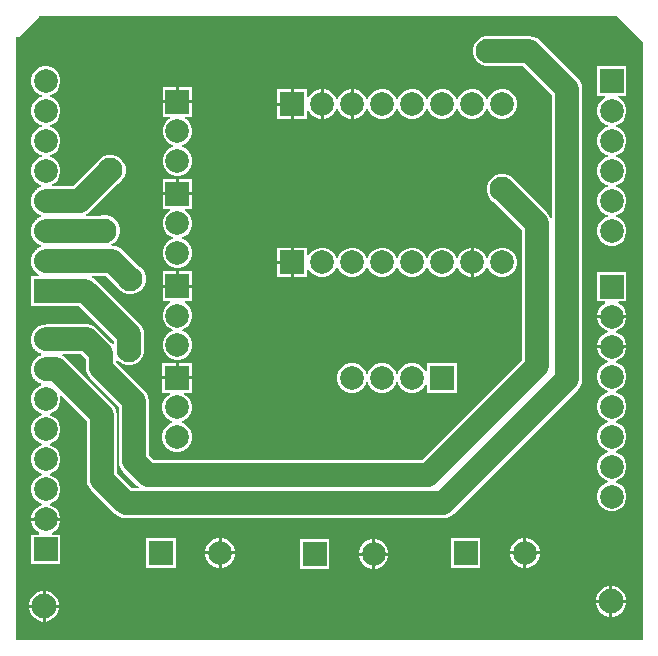
<source format=gbr>
G04*
G04 #@! TF.GenerationSoftware,Altium Limited,Altium Designer,22.4.2 (48)*
G04*
G04 Layer_Physical_Order=1*
G04 Layer_Color=255*
%FSLAX44Y44*%
%MOMM*%
G71*
G04*
G04 #@! TF.SameCoordinates,3517102E-CA2B-4814-AB3A-28068C8F3B0D*
G04*
G04*
G04 #@! TF.FilePolarity,Positive*
G04*
G01*
G75*
%ADD10C,2.0000*%
%ADD11C,2.0000*%
%ADD12R,2.0000X2.0000*%
%ADD13R,2.0000X2.0000*%
%ADD14C,2.1000*%
G36*
X1281000Y1058000D02*
Y551000D01*
X751000D01*
X750000Y552000D01*
Y1062000D01*
X753000D01*
X770000Y1079000D01*
Y1080000D01*
X1259000D01*
X1281000Y1058000D01*
D02*
G37*
%LPC*%
G36*
X1008330Y1017540D02*
X1007949D01*
X1004760Y1016685D01*
X1001900Y1015034D01*
X999566Y1012700D01*
X998617Y1011056D01*
X996955Y1010719D01*
X996740Y1010882D01*
Y1017540D01*
X985470D01*
Y1005000D01*
Y992460D01*
X996740D01*
Y999118D01*
X996955Y999281D01*
X998617Y998944D01*
X999566Y997300D01*
X1001900Y994966D01*
X1004760Y993315D01*
X1007949Y992460D01*
X1008330D01*
Y1005000D01*
Y1017540D01*
D02*
G37*
G36*
X1163651D02*
X1160349D01*
X1157160Y1016685D01*
X1154300Y1015034D01*
X1151965Y1012700D01*
X1150315Y1009840D01*
X1149957Y1008507D01*
X1148643D01*
X1148285Y1009840D01*
X1146635Y1012700D01*
X1144300Y1015034D01*
X1141440Y1016685D01*
X1138251Y1017540D01*
X1134949D01*
X1131760Y1016685D01*
X1128900Y1015034D01*
X1126565Y1012700D01*
X1124915Y1009840D01*
X1124557Y1008507D01*
X1123243D01*
X1122885Y1009840D01*
X1121235Y1012700D01*
X1118900Y1015034D01*
X1116040Y1016685D01*
X1112851Y1017540D01*
X1109549D01*
X1106360Y1016685D01*
X1103500Y1015034D01*
X1101165Y1012700D01*
X1099515Y1009840D01*
X1099157Y1008507D01*
X1097843D01*
X1097485Y1009840D01*
X1095835Y1012700D01*
X1093500Y1015034D01*
X1090640Y1016685D01*
X1087451Y1017540D01*
X1084149D01*
X1080960Y1016685D01*
X1078100Y1015034D01*
X1075766Y1012700D01*
X1074115Y1009840D01*
X1073757Y1008507D01*
X1072443D01*
X1072085Y1009840D01*
X1070434Y1012700D01*
X1068100Y1015034D01*
X1065240Y1016685D01*
X1062051Y1017540D01*
X1058749D01*
X1055560Y1016685D01*
X1052700Y1015034D01*
X1050366Y1012700D01*
X1048715Y1009840D01*
X1048357Y1008507D01*
X1047043D01*
X1046685Y1009840D01*
X1045034Y1012700D01*
X1042700Y1015034D01*
X1039840Y1016685D01*
X1036651Y1017540D01*
X1036270D01*
Y1005000D01*
Y992460D01*
X1036651D01*
X1039840Y993315D01*
X1042700Y994966D01*
X1045034Y997300D01*
X1046685Y1000160D01*
X1047043Y1001493D01*
X1048357D01*
X1048715Y1000160D01*
X1050366Y997300D01*
X1052700Y994966D01*
X1055560Y993315D01*
X1058749Y992460D01*
X1062051D01*
X1065240Y993315D01*
X1068100Y994966D01*
X1070434Y997300D01*
X1072085Y1000160D01*
X1072443Y1001493D01*
X1073757D01*
X1074115Y1000160D01*
X1075766Y997300D01*
X1078100Y994966D01*
X1080960Y993315D01*
X1084149Y992460D01*
X1087451D01*
X1090640Y993315D01*
X1093500Y994966D01*
X1095835Y997300D01*
X1097485Y1000160D01*
X1097843Y1001493D01*
X1099157D01*
X1099515Y1000160D01*
X1101165Y997300D01*
X1103500Y994966D01*
X1106360Y993315D01*
X1109549Y992460D01*
X1112851D01*
X1116040Y993315D01*
X1118900Y994966D01*
X1121235Y997300D01*
X1122885Y1000160D01*
X1123243Y1001493D01*
X1124557D01*
X1124915Y1000160D01*
X1126565Y997300D01*
X1128900Y994966D01*
X1131760Y993315D01*
X1134949Y992460D01*
X1138251D01*
X1141440Y993315D01*
X1144300Y994966D01*
X1146635Y997300D01*
X1148285Y1000160D01*
X1148643Y1001493D01*
X1149957D01*
X1150315Y1000160D01*
X1151965Y997300D01*
X1154300Y994966D01*
X1157160Y993315D01*
X1160349Y992460D01*
X1163651D01*
X1166840Y993315D01*
X1169700Y994966D01*
X1172035Y997300D01*
X1173685Y1000160D01*
X1174540Y1003349D01*
Y1006651D01*
X1173685Y1009840D01*
X1172035Y1012700D01*
X1169700Y1015034D01*
X1166840Y1016685D01*
X1163651Y1017540D01*
D02*
G37*
G36*
X1033730D02*
X1033349D01*
X1030160Y1016685D01*
X1027300Y1015034D01*
X1024966Y1012700D01*
X1023315Y1009840D01*
X1022957Y1008507D01*
X1021643D01*
X1021285Y1009840D01*
X1019634Y1012700D01*
X1017300Y1015034D01*
X1014440Y1016685D01*
X1011251Y1017540D01*
X1010870D01*
Y1005000D01*
Y992460D01*
X1011251D01*
X1014440Y993315D01*
X1017300Y994966D01*
X1019634Y997300D01*
X1021285Y1000160D01*
X1021643Y1001493D01*
X1022957D01*
X1023315Y1000160D01*
X1024966Y997300D01*
X1027300Y994966D01*
X1030160Y993315D01*
X1033349Y992460D01*
X1033730D01*
Y1005000D01*
Y1017540D01*
D02*
G37*
G36*
X899540Y1019540D02*
X888270D01*
Y1008270D01*
X899540D01*
Y1019540D01*
D02*
G37*
G36*
X885730D02*
X874460D01*
Y1008270D01*
X885730D01*
Y1019540D01*
D02*
G37*
G36*
X982930Y1017540D02*
X971660D01*
Y1006270D01*
X982930D01*
Y1017540D01*
D02*
G37*
G36*
Y1003730D02*
X971660D01*
Y992460D01*
X982930D01*
Y1003730D01*
D02*
G37*
G36*
X899540Y1005730D02*
X887000D01*
X874460D01*
Y994460D01*
X880961D01*
X881301Y993190D01*
X879301Y992035D01*
X876966Y989700D01*
X875315Y986841D01*
X874460Y983651D01*
Y980350D01*
X875315Y977160D01*
X876966Y974301D01*
X879301Y971966D01*
X882160Y970315D01*
X882831Y970135D01*
Y968865D01*
X882160Y968686D01*
X879301Y967035D01*
X876966Y964700D01*
X875315Y961840D01*
X874460Y958651D01*
Y955349D01*
X875315Y952160D01*
X876966Y949301D01*
X879301Y946966D01*
X882160Y945315D01*
X885349Y944460D01*
X888651D01*
X891841Y945315D01*
X894700Y946966D01*
X897035Y949301D01*
X898686Y952160D01*
X899540Y955349D01*
Y958651D01*
X898686Y961840D01*
X897035Y964700D01*
X894700Y967035D01*
X891841Y968686D01*
X891170Y968865D01*
Y970135D01*
X891841Y970315D01*
X894700Y971966D01*
X897035Y974301D01*
X898686Y977160D01*
X899540Y980350D01*
Y983651D01*
X898686Y986841D01*
X897035Y989700D01*
X894700Y992035D01*
X892699Y993190D01*
X893039Y994460D01*
X899540D01*
Y1005730D01*
D02*
G37*
G36*
X899540Y941540D02*
X888270D01*
Y930270D01*
X899540D01*
Y941540D01*
D02*
G37*
G36*
X885730D02*
X874460D01*
Y930270D01*
X885730D01*
Y941540D01*
D02*
G37*
G36*
X1151717Y1063040D02*
X1148283D01*
X1144967Y1062151D01*
X1141993Y1060435D01*
X1139565Y1058007D01*
X1137849Y1055033D01*
X1136960Y1051717D01*
Y1048283D01*
X1137849Y1044967D01*
X1139565Y1041993D01*
X1141993Y1039565D01*
X1144967Y1037849D01*
X1148283Y1036960D01*
X1151717D01*
X1153179Y1037352D01*
X1179761D01*
X1204352Y1012761D01*
Y907853D01*
X1203082Y907601D01*
X1201954Y910324D01*
X1199944Y912944D01*
X1199943Y912944D01*
X1173192Y939696D01*
X1172435Y941007D01*
X1170007Y943435D01*
X1167033Y945151D01*
X1163717Y946040D01*
X1160283D01*
X1156967Y945151D01*
X1153993Y943435D01*
X1151565Y941007D01*
X1149849Y938033D01*
X1148960Y934717D01*
Y931283D01*
X1149849Y927967D01*
X1151565Y924993D01*
X1153993Y922565D01*
X1155304Y921808D01*
X1178352Y898761D01*
Y788239D01*
X1093761Y703648D01*
X866955D01*
X862648Y707955D01*
Y754000D01*
X862217Y757274D01*
X860954Y760324D01*
X858944Y762944D01*
X858943Y762944D01*
X834924Y786963D01*
X835026Y787736D01*
X836348Y788211D01*
X837993Y786565D01*
X840967Y784849D01*
X844283Y783960D01*
X847717D01*
X851033Y784849D01*
X854007Y786565D01*
X856435Y788993D01*
X858151Y791967D01*
X859040Y795283D01*
Y798717D01*
X858648Y800179D01*
Y810000D01*
X858648Y810000D01*
X858217Y813274D01*
X856954Y816324D01*
X854944Y818944D01*
X817944Y855944D01*
X815324Y857954D01*
X814049Y858482D01*
X814302Y859752D01*
X826361D01*
X835808Y850304D01*
X836565Y848993D01*
X838993Y846565D01*
X841967Y844849D01*
X845283Y843960D01*
X848717D01*
X852033Y844849D01*
X855007Y846565D01*
X857435Y848993D01*
X859151Y851967D01*
X860040Y855283D01*
Y858717D01*
X859151Y862033D01*
X857435Y865007D01*
X855007Y867435D01*
X853696Y868192D01*
X840544Y881344D01*
X837924Y883354D01*
X834874Y884617D01*
X831600Y885048D01*
X831600Y885048D01*
X831187D01*
X830847Y886318D01*
X833007Y887565D01*
X835435Y889993D01*
X837151Y892967D01*
X838040Y896283D01*
Y899717D01*
X837151Y903033D01*
X835435Y906007D01*
X833007Y908435D01*
X830033Y910151D01*
X826717Y911040D01*
X823283D01*
X821075Y910448D01*
X809502D01*
X809249Y911718D01*
X810524Y912246D01*
X813144Y914256D01*
X836696Y937809D01*
X838007Y938565D01*
X840435Y940993D01*
X842151Y943967D01*
X843040Y947283D01*
Y950717D01*
X842151Y954033D01*
X840435Y957007D01*
X838007Y959435D01*
X835033Y961151D01*
X831717Y962040D01*
X828283D01*
X824967Y961151D01*
X821993Y959435D01*
X819565Y957007D01*
X818809Y955696D01*
X798961Y935848D01*
X780933D01*
X780593Y937118D01*
X783100Y938566D01*
X785434Y940900D01*
X787085Y943760D01*
X787940Y946949D01*
Y950251D01*
X787085Y953440D01*
X785434Y956300D01*
X783100Y958634D01*
X780240Y960285D01*
X778907Y960643D01*
Y961957D01*
X780240Y962315D01*
X783100Y963966D01*
X785434Y966300D01*
X787085Y969160D01*
X787940Y972349D01*
Y975651D01*
X787085Y978840D01*
X785434Y981700D01*
X783100Y984035D01*
X780240Y985685D01*
X778907Y986043D01*
Y987357D01*
X780240Y987715D01*
X783100Y989365D01*
X785434Y991700D01*
X787085Y994560D01*
X787940Y997749D01*
Y1001051D01*
X787085Y1004240D01*
X785434Y1007100D01*
X783100Y1009435D01*
X780240Y1011085D01*
X778907Y1011443D01*
Y1012757D01*
X780240Y1013115D01*
X783100Y1014765D01*
X785434Y1017100D01*
X787085Y1019960D01*
X787940Y1023149D01*
Y1026451D01*
X787085Y1029640D01*
X785434Y1032500D01*
X783100Y1034835D01*
X780240Y1036485D01*
X777051Y1037340D01*
X773749D01*
X770560Y1036485D01*
X767700Y1034835D01*
X765366Y1032500D01*
X763715Y1029640D01*
X762860Y1026451D01*
Y1023149D01*
X763715Y1019960D01*
X765366Y1017100D01*
X767700Y1014765D01*
X770560Y1013115D01*
X771893Y1012757D01*
Y1011443D01*
X770560Y1011085D01*
X767700Y1009435D01*
X765366Y1007100D01*
X763715Y1004240D01*
X762860Y1001051D01*
Y997749D01*
X763715Y994560D01*
X765366Y991700D01*
X767700Y989365D01*
X770560Y987715D01*
X771893Y987357D01*
Y986043D01*
X770560Y985685D01*
X767700Y984035D01*
X765366Y981700D01*
X763715Y978840D01*
X762860Y975651D01*
Y972349D01*
X763715Y969160D01*
X765366Y966300D01*
X767700Y963966D01*
X770560Y962315D01*
X771893Y961957D01*
Y960643D01*
X770560Y960285D01*
X767700Y958634D01*
X765366Y956300D01*
X763715Y953440D01*
X762860Y950251D01*
Y946949D01*
X763715Y943760D01*
X765366Y940900D01*
X767700Y938566D01*
X770560Y936915D01*
X771769Y936591D01*
X771779Y935273D01*
X771360Y935100D01*
X770560Y934885D01*
X769842Y934471D01*
X769076Y934154D01*
X768418Y933649D01*
X767700Y933234D01*
X767114Y932648D01*
X766456Y932144D01*
X765952Y931486D01*
X765366Y930900D01*
X764951Y930182D01*
X764446Y929524D01*
X764129Y928758D01*
X763715Y928040D01*
X763500Y927240D01*
X763183Y926474D01*
X763075Y925652D01*
X762860Y924851D01*
Y924022D01*
X762752Y923200D01*
X762860Y922378D01*
Y921549D01*
X763075Y920748D01*
X763183Y919926D01*
X763500Y919161D01*
X763715Y918360D01*
X764129Y917642D01*
X764446Y916876D01*
X764951Y916218D01*
X765366Y915500D01*
X765952Y914914D01*
X766456Y914256D01*
X767114Y913752D01*
X767700Y913166D01*
X768418Y912751D01*
X769076Y912246D01*
X769842Y911929D01*
X770560Y911515D01*
X771360Y911300D01*
X771633Y911187D01*
Y909813D01*
X771360Y909700D01*
X770560Y909485D01*
X769842Y909071D01*
X769076Y908754D01*
X768418Y908249D01*
X767700Y907834D01*
X767114Y907248D01*
X766456Y906744D01*
X765952Y906086D01*
X765366Y905500D01*
X764951Y904782D01*
X764446Y904124D01*
X764129Y903358D01*
X763715Y902640D01*
X763500Y901840D01*
X763183Y901074D01*
X763075Y900252D01*
X762860Y899451D01*
Y898622D01*
X762752Y897800D01*
X762860Y896978D01*
Y896149D01*
X763075Y895348D01*
X763183Y894526D01*
X763500Y893761D01*
X763715Y892960D01*
X764129Y892242D01*
X764446Y891476D01*
X764951Y890818D01*
X765366Y890100D01*
X765952Y889514D01*
X766456Y888856D01*
X767114Y888352D01*
X767700Y887766D01*
X768418Y887351D01*
X769076Y886846D01*
X769842Y886529D01*
X770560Y886115D01*
X771360Y885900D01*
X771633Y885787D01*
Y884413D01*
X771360Y884300D01*
X770560Y884085D01*
X769842Y883671D01*
X769076Y883354D01*
X768418Y882849D01*
X767700Y882434D01*
X767114Y881848D01*
X766456Y881344D01*
X765952Y880686D01*
X765366Y880100D01*
X764951Y879382D01*
X764446Y878724D01*
X764129Y877958D01*
X763715Y877240D01*
X763500Y876440D01*
X763183Y875674D01*
X763075Y874852D01*
X762860Y874051D01*
Y873222D01*
X762752Y872400D01*
X762860Y871578D01*
Y870749D01*
X763075Y869948D01*
X763183Y869126D01*
X763500Y868361D01*
X763715Y867560D01*
X764129Y866842D01*
X764446Y866076D01*
X764951Y865418D01*
X765366Y864700D01*
X765952Y864114D01*
X766456Y863456D01*
X767114Y862952D01*
X767700Y862365D01*
X768418Y861951D01*
X769076Y861446D01*
X769297Y861355D01*
X769734Y860211D01*
X769681Y859755D01*
X769518Y859540D01*
X762860D01*
Y847822D01*
X762752Y847000D01*
X762860Y846178D01*
Y834460D01*
X774578D01*
X775400Y834352D01*
X803761D01*
X833352Y804761D01*
Y801976D01*
X832082Y801545D01*
X830944Y803028D01*
X819228Y814744D01*
X816608Y816754D01*
X813558Y818017D01*
X810284Y818448D01*
X810284Y818448D01*
X775400D01*
X774578Y818340D01*
X773749D01*
X772948Y818125D01*
X772126Y818017D01*
X771360Y817700D01*
X770560Y817485D01*
X769842Y817071D01*
X769076Y816754D01*
X768418Y816249D01*
X767700Y815835D01*
X767114Y815248D01*
X766456Y814744D01*
X765952Y814086D01*
X765366Y813500D01*
X764951Y812782D01*
X764446Y812124D01*
X764129Y811358D01*
X763715Y810640D01*
X763500Y809839D01*
X763183Y809074D01*
X763075Y808252D01*
X762860Y807451D01*
Y806622D01*
X762752Y805800D01*
X762860Y804978D01*
Y804149D01*
X763075Y803348D01*
X763183Y802526D01*
X763500Y801760D01*
X763715Y800960D01*
X764129Y800242D01*
X764446Y799476D01*
X764951Y798818D01*
X765366Y798100D01*
X765952Y797514D01*
X766456Y796856D01*
X767114Y796352D01*
X767700Y795766D01*
X768418Y795351D01*
X769076Y794846D01*
X769842Y794529D01*
X770560Y794115D01*
X771360Y793900D01*
X771633Y793787D01*
Y792413D01*
X771360Y792300D01*
X770560Y792085D01*
X769842Y791671D01*
X769076Y791354D01*
X768418Y790849D01*
X767700Y790434D01*
X767114Y789848D01*
X766456Y789344D01*
X765952Y788686D01*
X765366Y788100D01*
X764951Y787382D01*
X764446Y786724D01*
X764129Y785958D01*
X763715Y785240D01*
X763500Y784439D01*
X763183Y783674D01*
X763075Y782852D01*
X762860Y782051D01*
Y781222D01*
X762752Y780400D01*
X762860Y779578D01*
Y778749D01*
X763075Y777948D01*
X763183Y777126D01*
X763500Y776360D01*
X763715Y775560D01*
X764129Y774842D01*
X764446Y774076D01*
X764951Y773418D01*
X765366Y772700D01*
X765952Y772114D01*
X766456Y771456D01*
X767114Y770952D01*
X767700Y770366D01*
X768418Y769951D01*
X769076Y769446D01*
X769842Y769129D01*
X770560Y768715D01*
X771360Y768500D01*
X771779Y768327D01*
X771769Y767009D01*
X770560Y766685D01*
X767700Y765034D01*
X765366Y762700D01*
X763715Y759840D01*
X762860Y756651D01*
Y753349D01*
X763715Y750160D01*
X765366Y747300D01*
X767700Y744966D01*
X770560Y743315D01*
X771893Y742957D01*
Y741643D01*
X770560Y741285D01*
X767700Y739634D01*
X765366Y737300D01*
X763715Y734440D01*
X762860Y731251D01*
Y727949D01*
X763715Y724760D01*
X765366Y721900D01*
X767700Y719566D01*
X770560Y717915D01*
X771893Y717557D01*
Y716243D01*
X770560Y715885D01*
X767700Y714234D01*
X765366Y711900D01*
X763715Y709040D01*
X762860Y705851D01*
Y702549D01*
X763715Y699360D01*
X765366Y696500D01*
X767700Y694165D01*
X770560Y692515D01*
X771893Y692157D01*
Y690843D01*
X770560Y690485D01*
X767700Y688835D01*
X765366Y686500D01*
X763715Y683640D01*
X762860Y680451D01*
Y677149D01*
X763715Y673960D01*
X765366Y671100D01*
X767700Y668765D01*
X770560Y667115D01*
X771893Y666757D01*
Y665443D01*
X770560Y665085D01*
X767700Y663435D01*
X765366Y661100D01*
X763715Y658240D01*
X762860Y655051D01*
Y654670D01*
X775400D01*
X787940D01*
Y655051D01*
X787085Y658240D01*
X785434Y661100D01*
X783100Y663435D01*
X780240Y665085D01*
X778907Y665443D01*
Y666757D01*
X780240Y667115D01*
X783100Y668765D01*
X785434Y671100D01*
X787085Y673960D01*
X787940Y677149D01*
Y680451D01*
X787085Y683640D01*
X785434Y686500D01*
X783100Y688835D01*
X780240Y690485D01*
X778907Y690843D01*
Y692157D01*
X780240Y692515D01*
X783100Y694165D01*
X785434Y696500D01*
X787085Y699360D01*
X787940Y702549D01*
Y705851D01*
X787085Y709040D01*
X785434Y711900D01*
X783100Y714234D01*
X780240Y715885D01*
X778907Y716243D01*
Y717557D01*
X780240Y717915D01*
X783100Y719566D01*
X785434Y721900D01*
X787085Y724760D01*
X787940Y727949D01*
Y731251D01*
X787085Y734440D01*
X785434Y737300D01*
X783100Y739634D01*
X780240Y741285D01*
X778907Y741643D01*
Y742957D01*
X780240Y743315D01*
X783100Y744966D01*
X785434Y747300D01*
X787085Y750160D01*
X787940Y753349D01*
Y756651D01*
X787711Y757506D01*
X788850Y758163D01*
X810352Y736661D01*
Y687000D01*
X810352Y687000D01*
X810783Y683726D01*
X812046Y680676D01*
X814056Y678056D01*
X834056Y658056D01*
X834056Y658056D01*
X836676Y656046D01*
X839726Y654783D01*
X843000Y654352D01*
X843000Y654352D01*
X1112000D01*
X1112000Y654352D01*
X1115274Y654783D01*
X1118324Y656046D01*
X1120944Y658056D01*
X1225944Y763056D01*
X1227954Y765676D01*
X1229217Y768726D01*
X1229648Y772000D01*
X1229648Y772000D01*
Y1018000D01*
X1229648Y1018000D01*
X1229217Y1021274D01*
X1227954Y1024324D01*
X1225944Y1026944D01*
X1193944Y1058944D01*
X1191324Y1060954D01*
X1188274Y1062217D01*
X1185000Y1062648D01*
X1185000Y1062648D01*
X1153179D01*
X1151717Y1063040D01*
D02*
G37*
G36*
X1267140Y1037340D02*
X1242060D01*
Y1012260D01*
X1248718D01*
X1248881Y1012045D01*
X1248544Y1010383D01*
X1246900Y1009435D01*
X1244566Y1007100D01*
X1242915Y1004240D01*
X1242060Y1001051D01*
Y997749D01*
X1242915Y994560D01*
X1244566Y991700D01*
X1246900Y989365D01*
X1249760Y987715D01*
X1251093Y987357D01*
Y986043D01*
X1249760Y985685D01*
X1246900Y984035D01*
X1244566Y981700D01*
X1242915Y978840D01*
X1242060Y975651D01*
Y972349D01*
X1242915Y969160D01*
X1244566Y966300D01*
X1246900Y963966D01*
X1249760Y962315D01*
X1251093Y961957D01*
Y960643D01*
X1249760Y960285D01*
X1246900Y958634D01*
X1244566Y956300D01*
X1242915Y953440D01*
X1242060Y950251D01*
Y946949D01*
X1242915Y943760D01*
X1244566Y940900D01*
X1246900Y938566D01*
X1249760Y936915D01*
X1251093Y936557D01*
Y935243D01*
X1249760Y934885D01*
X1246900Y933234D01*
X1244566Y930900D01*
X1242915Y928040D01*
X1242060Y924851D01*
Y921549D01*
X1242915Y918360D01*
X1244566Y915500D01*
X1246900Y913166D01*
X1249760Y911515D01*
X1251093Y911157D01*
Y909843D01*
X1249760Y909485D01*
X1246900Y907834D01*
X1244566Y905500D01*
X1242915Y902640D01*
X1242060Y899451D01*
Y896149D01*
X1242915Y892960D01*
X1244566Y890100D01*
X1246900Y887766D01*
X1249760Y886115D01*
X1252949Y885260D01*
X1256251D01*
X1259440Y886115D01*
X1262300Y887766D01*
X1264634Y890100D01*
X1266285Y892960D01*
X1267140Y896149D01*
Y899451D01*
X1266285Y902640D01*
X1264634Y905500D01*
X1262300Y907834D01*
X1259440Y909485D01*
X1258107Y909843D01*
Y911157D01*
X1259440Y911515D01*
X1262300Y913166D01*
X1264634Y915500D01*
X1266285Y918360D01*
X1267140Y921549D01*
Y924851D01*
X1266285Y928040D01*
X1264634Y930900D01*
X1262300Y933234D01*
X1259440Y934885D01*
X1258107Y935243D01*
Y936557D01*
X1259440Y936915D01*
X1262300Y938566D01*
X1264634Y940900D01*
X1266285Y943760D01*
X1267140Y946949D01*
Y950251D01*
X1266285Y953440D01*
X1264634Y956300D01*
X1262300Y958634D01*
X1259440Y960285D01*
X1258107Y960643D01*
Y961957D01*
X1259440Y962315D01*
X1262300Y963966D01*
X1264634Y966300D01*
X1266285Y969160D01*
X1267140Y972349D01*
Y975651D01*
X1266285Y978840D01*
X1264634Y981700D01*
X1262300Y984035D01*
X1259440Y985685D01*
X1258107Y986043D01*
Y987357D01*
X1259440Y987715D01*
X1262300Y989365D01*
X1264634Y991700D01*
X1266285Y994560D01*
X1267140Y997749D01*
Y1001051D01*
X1266285Y1004240D01*
X1264634Y1007100D01*
X1262300Y1009435D01*
X1260656Y1010383D01*
X1260319Y1012045D01*
X1260482Y1012260D01*
X1267140D01*
Y1037340D01*
D02*
G37*
G36*
X1163651Y883540D02*
X1160349D01*
X1157160Y882686D01*
X1154300Y881035D01*
X1151965Y878700D01*
X1150315Y875841D01*
X1149957Y874508D01*
X1148643D01*
X1148285Y875841D01*
X1146635Y878700D01*
X1144300Y881035D01*
X1141440Y882686D01*
X1138251Y883540D01*
X1137870D01*
Y871000D01*
Y858460D01*
X1138251D01*
X1141440Y859315D01*
X1144300Y860966D01*
X1146635Y863301D01*
X1148285Y866160D01*
X1148643Y867493D01*
X1149957D01*
X1150315Y866160D01*
X1151965Y863301D01*
X1154300Y860966D01*
X1157160Y859315D01*
X1160349Y858460D01*
X1163651D01*
X1166840Y859315D01*
X1169700Y860966D01*
X1172035Y863301D01*
X1173685Y866160D01*
X1174540Y869349D01*
Y872651D01*
X1173685Y875841D01*
X1172035Y878700D01*
X1169700Y881035D01*
X1166840Y882686D01*
X1163651Y883540D01*
D02*
G37*
G36*
X1135330D02*
X1134949D01*
X1131760Y882686D01*
X1128900Y881035D01*
X1126565Y878700D01*
X1124915Y875841D01*
X1124557Y874508D01*
X1123243D01*
X1122885Y875841D01*
X1121235Y878700D01*
X1118900Y881035D01*
X1116040Y882686D01*
X1112851Y883540D01*
X1109549D01*
X1106360Y882686D01*
X1103500Y881035D01*
X1101165Y878700D01*
X1099515Y875841D01*
X1099157Y874508D01*
X1097843D01*
X1097485Y875841D01*
X1095835Y878700D01*
X1093500Y881035D01*
X1090640Y882686D01*
X1087451Y883540D01*
X1084149D01*
X1080960Y882686D01*
X1078100Y881035D01*
X1075766Y878700D01*
X1074115Y875841D01*
X1073757Y874508D01*
X1072443D01*
X1072085Y875841D01*
X1070434Y878700D01*
X1068100Y881035D01*
X1065240Y882686D01*
X1062051Y883540D01*
X1058749D01*
X1055560Y882686D01*
X1052700Y881035D01*
X1050366Y878700D01*
X1048715Y875841D01*
X1048357Y874508D01*
X1047043D01*
X1046685Y875841D01*
X1045034Y878700D01*
X1042700Y881035D01*
X1039840Y882686D01*
X1036651Y883540D01*
X1033349D01*
X1030160Y882686D01*
X1027300Y881035D01*
X1024966Y878700D01*
X1023315Y875841D01*
X1022957Y874508D01*
X1021643D01*
X1021285Y875841D01*
X1019634Y878700D01*
X1017300Y881035D01*
X1014440Y882686D01*
X1011251Y883540D01*
X1007949D01*
X1004760Y882686D01*
X1001900Y881035D01*
X999566Y878700D01*
X998617Y877057D01*
X996955Y876720D01*
X996740Y876882D01*
Y883540D01*
X985470D01*
Y871000D01*
Y858460D01*
X996740D01*
Y865118D01*
X996955Y865281D01*
X998617Y864944D01*
X999566Y863301D01*
X1001900Y860966D01*
X1004760Y859315D01*
X1007949Y858460D01*
X1011251D01*
X1014440Y859315D01*
X1017300Y860966D01*
X1019634Y863301D01*
X1021285Y866160D01*
X1021643Y867493D01*
X1022957D01*
X1023315Y866160D01*
X1024966Y863301D01*
X1027300Y860966D01*
X1030160Y859315D01*
X1033349Y858460D01*
X1036651D01*
X1039840Y859315D01*
X1042700Y860966D01*
X1045034Y863301D01*
X1046685Y866160D01*
X1047043Y867493D01*
X1048357D01*
X1048715Y866160D01*
X1050366Y863301D01*
X1052700Y860966D01*
X1055560Y859315D01*
X1058749Y858460D01*
X1062051D01*
X1065240Y859315D01*
X1068100Y860966D01*
X1070434Y863301D01*
X1072085Y866160D01*
X1072443Y867493D01*
X1073757D01*
X1074115Y866160D01*
X1075766Y863301D01*
X1078100Y860966D01*
X1080960Y859315D01*
X1084149Y858460D01*
X1087451D01*
X1090640Y859315D01*
X1093500Y860966D01*
X1095835Y863301D01*
X1097485Y866160D01*
X1097843Y867493D01*
X1099157D01*
X1099515Y866160D01*
X1101165Y863301D01*
X1103500Y860966D01*
X1106360Y859315D01*
X1109549Y858460D01*
X1112851D01*
X1116040Y859315D01*
X1118900Y860966D01*
X1121235Y863301D01*
X1122885Y866160D01*
X1123243Y867493D01*
X1124557D01*
X1124915Y866160D01*
X1126565Y863301D01*
X1128900Y860966D01*
X1131760Y859315D01*
X1134949Y858460D01*
X1135330D01*
Y871000D01*
Y883540D01*
D02*
G37*
G36*
X982930D02*
X971660D01*
Y872270D01*
X982930D01*
Y883540D01*
D02*
G37*
G36*
X899540Y927730D02*
X887000D01*
X874460D01*
Y916460D01*
X880961D01*
X881301Y915190D01*
X879300Y914035D01*
X876965Y911700D01*
X875315Y908840D01*
X874460Y905651D01*
Y902349D01*
X875315Y899160D01*
X876965Y896300D01*
X879300Y893966D01*
X882160Y892315D01*
X882830Y892135D01*
Y890865D01*
X882160Y890685D01*
X879300Y889034D01*
X876965Y886700D01*
X875315Y883840D01*
X874460Y880651D01*
Y877349D01*
X875315Y874159D01*
X876965Y871300D01*
X879300Y868965D01*
X882160Y867314D01*
X885349Y866460D01*
X888651D01*
X891840Y867314D01*
X894700Y868965D01*
X897035Y871300D01*
X898685Y874159D01*
X899540Y877349D01*
Y880651D01*
X898685Y883840D01*
X897035Y886700D01*
X894700Y889034D01*
X891840Y890685D01*
X891170Y890865D01*
Y892135D01*
X891840Y892315D01*
X894700Y893966D01*
X897035Y896300D01*
X898685Y899160D01*
X899540Y902349D01*
Y905651D01*
X898685Y908840D01*
X897035Y911700D01*
X894700Y914035D01*
X892699Y915190D01*
X893039Y916460D01*
X899540D01*
Y927730D01*
D02*
G37*
G36*
X982930Y869730D02*
X971660D01*
Y858460D01*
X982930D01*
Y869730D01*
D02*
G37*
G36*
X899540Y863540D02*
X888270D01*
Y852270D01*
X899540D01*
Y863540D01*
D02*
G37*
G36*
X885730D02*
X874460D01*
Y852270D01*
X885730D01*
Y863540D01*
D02*
G37*
G36*
X1267140Y863140D02*
X1242060D01*
Y838060D01*
X1248718D01*
X1248881Y837844D01*
X1248544Y836183D01*
X1246900Y835235D01*
X1244566Y832900D01*
X1242915Y830040D01*
X1242060Y826851D01*
Y826470D01*
X1254600D01*
X1267140D01*
Y826851D01*
X1266285Y830040D01*
X1264634Y832900D01*
X1262300Y835235D01*
X1260656Y836183D01*
X1260319Y837844D01*
X1260482Y838060D01*
X1267140D01*
Y863140D01*
D02*
G37*
G36*
Y823930D02*
X1254600D01*
X1242060D01*
Y823549D01*
X1242915Y820360D01*
X1244566Y817500D01*
X1246900Y815165D01*
X1249760Y813515D01*
X1251093Y813157D01*
Y811843D01*
X1249760Y811485D01*
X1246900Y809835D01*
X1244566Y807500D01*
X1242915Y804640D01*
X1242060Y801451D01*
Y801070D01*
X1254600D01*
X1267140D01*
Y801451D01*
X1266285Y804640D01*
X1264634Y807500D01*
X1262300Y809835D01*
X1259440Y811485D01*
X1258107Y811843D01*
Y813157D01*
X1259440Y813515D01*
X1262300Y815165D01*
X1264634Y817500D01*
X1266285Y820360D01*
X1267140Y823549D01*
Y823930D01*
D02*
G37*
G36*
X899540Y849730D02*
X887000D01*
X874460D01*
Y838460D01*
X880962D01*
X881302Y837190D01*
X879300Y836034D01*
X876965Y833699D01*
X875315Y830840D01*
X874460Y827651D01*
Y824349D01*
X875315Y821160D01*
X876965Y818300D01*
X879300Y815965D01*
X882160Y814314D01*
X882829Y814135D01*
Y812865D01*
X882160Y812685D01*
X879300Y811035D01*
X876965Y808700D01*
X875315Y805840D01*
X874460Y802651D01*
Y799349D01*
X875315Y796160D01*
X876965Y793300D01*
X879300Y790966D01*
X882160Y789315D01*
X885349Y788460D01*
X888651D01*
X891840Y789315D01*
X894700Y790966D01*
X897035Y793300D01*
X898685Y796160D01*
X899540Y799349D01*
Y802651D01*
X898685Y805840D01*
X897035Y808700D01*
X894700Y811035D01*
X891840Y812685D01*
X891171Y812865D01*
Y814135D01*
X891840Y814314D01*
X894700Y815965D01*
X897035Y818300D01*
X898685Y821160D01*
X899540Y824349D01*
Y827651D01*
X898685Y830840D01*
X897035Y833699D01*
X894700Y836034D01*
X892698Y837190D01*
X893038Y838460D01*
X899540D01*
Y849730D01*
D02*
G37*
G36*
X1123540Y785540D02*
X1098460D01*
Y778882D01*
X1098244Y778719D01*
X1096583Y779056D01*
X1095635Y780700D01*
X1093300Y783035D01*
X1090440Y784685D01*
X1087251Y785540D01*
X1083949D01*
X1080760Y784685D01*
X1077900Y783035D01*
X1075565Y780700D01*
X1073915Y777840D01*
X1073557Y776507D01*
X1072243D01*
X1071885Y777840D01*
X1070235Y780700D01*
X1067900Y783035D01*
X1065040Y784685D01*
X1061851Y785540D01*
X1058549D01*
X1055360Y784685D01*
X1052500Y783035D01*
X1050165Y780700D01*
X1048515Y777840D01*
X1048157Y776507D01*
X1046843D01*
X1046485Y777840D01*
X1044835Y780700D01*
X1042500Y783035D01*
X1039640Y784685D01*
X1036451Y785540D01*
X1033149D01*
X1029960Y784685D01*
X1027100Y783035D01*
X1024765Y780700D01*
X1023115Y777840D01*
X1022260Y774651D01*
Y771349D01*
X1023115Y768160D01*
X1024765Y765300D01*
X1027100Y762965D01*
X1029960Y761315D01*
X1033149Y760460D01*
X1036451D01*
X1039640Y761315D01*
X1042500Y762965D01*
X1044835Y765300D01*
X1046485Y768160D01*
X1046843Y769493D01*
X1048157D01*
X1048515Y768160D01*
X1050165Y765300D01*
X1052500Y762965D01*
X1055360Y761315D01*
X1058549Y760460D01*
X1061851D01*
X1065040Y761315D01*
X1067900Y762965D01*
X1070235Y765300D01*
X1071885Y768160D01*
X1072243Y769493D01*
X1073557D01*
X1073915Y768160D01*
X1075565Y765300D01*
X1077900Y762965D01*
X1080760Y761315D01*
X1083949Y760460D01*
X1087251D01*
X1090440Y761315D01*
X1093300Y762965D01*
X1095635Y765300D01*
X1096583Y766944D01*
X1098244Y767281D01*
X1098460Y767118D01*
Y760460D01*
X1123540D01*
Y785540D01*
D02*
G37*
G36*
X899270Y785810D02*
X888000D01*
Y774540D01*
X899270D01*
Y785810D01*
D02*
G37*
G36*
X885460D02*
X874190D01*
Y774540D01*
X885460D01*
Y785810D01*
D02*
G37*
G36*
X899270Y772000D02*
X886730D01*
X874190D01*
Y760730D01*
X880692D01*
X881032Y759460D01*
X879030Y758304D01*
X876695Y755969D01*
X875045Y753110D01*
X874190Y749921D01*
Y746619D01*
X875045Y743429D01*
X876695Y740570D01*
X879030Y738235D01*
X881890Y736584D01*
X882560Y736405D01*
Y735135D01*
X881890Y734955D01*
X879030Y733304D01*
X876695Y730969D01*
X875045Y728110D01*
X874190Y724921D01*
Y721619D01*
X875045Y718429D01*
X876695Y715570D01*
X879030Y713235D01*
X881890Y711584D01*
X885079Y710730D01*
X888381D01*
X891570Y711584D01*
X894430Y713235D01*
X896765Y715570D01*
X898415Y718429D01*
X899270Y721619D01*
Y724921D01*
X898415Y728110D01*
X896765Y730969D01*
X894430Y733304D01*
X891570Y734955D01*
X890900Y735135D01*
Y736405D01*
X891570Y736584D01*
X894430Y738235D01*
X896765Y740570D01*
X898415Y743429D01*
X899270Y746619D01*
Y749921D01*
X898415Y753110D01*
X896765Y755969D01*
X894430Y758304D01*
X892428Y759460D01*
X892768Y760730D01*
X899270D01*
Y772000D01*
D02*
G37*
G36*
X1267140Y798530D02*
X1254600D01*
X1242060D01*
Y798149D01*
X1242915Y794960D01*
X1244566Y792100D01*
X1246900Y789765D01*
X1249760Y788115D01*
X1251093Y787757D01*
Y786443D01*
X1249760Y786085D01*
X1246900Y784435D01*
X1244566Y782100D01*
X1242915Y779240D01*
X1242060Y776051D01*
Y772749D01*
X1242915Y769560D01*
X1244566Y766700D01*
X1246900Y764365D01*
X1249760Y762715D01*
X1251093Y762357D01*
Y761043D01*
X1249760Y760685D01*
X1246900Y759035D01*
X1244566Y756700D01*
X1242915Y753840D01*
X1242060Y750651D01*
Y747349D01*
X1242915Y744160D01*
X1244566Y741300D01*
X1246900Y738966D01*
X1249760Y737315D01*
X1251093Y736957D01*
Y735643D01*
X1249760Y735285D01*
X1246900Y733634D01*
X1244566Y731300D01*
X1242915Y728440D01*
X1242060Y725251D01*
Y721949D01*
X1242915Y718760D01*
X1244566Y715900D01*
X1246900Y713566D01*
X1249760Y711915D01*
X1251093Y711557D01*
Y710243D01*
X1249760Y709885D01*
X1246900Y708234D01*
X1244566Y705900D01*
X1242915Y703040D01*
X1242060Y699851D01*
Y696549D01*
X1242915Y693360D01*
X1244566Y690500D01*
X1246900Y688166D01*
X1249760Y686515D01*
X1251093Y686157D01*
Y684843D01*
X1249760Y684485D01*
X1246900Y682834D01*
X1244566Y680500D01*
X1242915Y677640D01*
X1242060Y674451D01*
Y671149D01*
X1242915Y667960D01*
X1244566Y665100D01*
X1246900Y662766D01*
X1249760Y661115D01*
X1252949Y660260D01*
X1256251D01*
X1259440Y661115D01*
X1262300Y662766D01*
X1264634Y665100D01*
X1266285Y667960D01*
X1267140Y671149D01*
Y674451D01*
X1266285Y677640D01*
X1264634Y680500D01*
X1262300Y682834D01*
X1259440Y684485D01*
X1258107Y684843D01*
Y686157D01*
X1259440Y686515D01*
X1262300Y688166D01*
X1264634Y690500D01*
X1266285Y693360D01*
X1267140Y696549D01*
Y699851D01*
X1266285Y703040D01*
X1264634Y705900D01*
X1262300Y708234D01*
X1259440Y709885D01*
X1258107Y710243D01*
Y711557D01*
X1259440Y711915D01*
X1262300Y713566D01*
X1264634Y715900D01*
X1266285Y718760D01*
X1267140Y721949D01*
Y725251D01*
X1266285Y728440D01*
X1264634Y731300D01*
X1262300Y733634D01*
X1259440Y735285D01*
X1258107Y735643D01*
Y736957D01*
X1259440Y737315D01*
X1262300Y738966D01*
X1264634Y741300D01*
X1266285Y744160D01*
X1267140Y747349D01*
Y750651D01*
X1266285Y753840D01*
X1264634Y756700D01*
X1262300Y759035D01*
X1259440Y760685D01*
X1258107Y761043D01*
Y762357D01*
X1259440Y762715D01*
X1262300Y764365D01*
X1264634Y766700D01*
X1266285Y769560D01*
X1267140Y772749D01*
Y776051D01*
X1266285Y779240D01*
X1264634Y782100D01*
X1262300Y784435D01*
X1259440Y786085D01*
X1258107Y786443D01*
Y787757D01*
X1259440Y788115D01*
X1262300Y789765D01*
X1264634Y792100D01*
X1266285Y794960D01*
X1267140Y798149D01*
Y798530D01*
D02*
G37*
G36*
X1182651Y637540D02*
X1182270D01*
Y626270D01*
X1193540D01*
Y626651D01*
X1192685Y629841D01*
X1191034Y632700D01*
X1188700Y635035D01*
X1185840Y636686D01*
X1182651Y637540D01*
D02*
G37*
G36*
X1179730D02*
X1179349D01*
X1176160Y636686D01*
X1173300Y635035D01*
X1170965Y632700D01*
X1169315Y629841D01*
X1168460Y626651D01*
Y626270D01*
X1179730D01*
Y637540D01*
D02*
G37*
G36*
X924651D02*
X924270D01*
Y626270D01*
X935540D01*
Y626651D01*
X934685Y629841D01*
X933035Y632700D01*
X930700Y635035D01*
X927840Y636686D01*
X924651Y637540D01*
D02*
G37*
G36*
X921730D02*
X921349D01*
X918160Y636686D01*
X915300Y635035D01*
X912965Y632700D01*
X911315Y629841D01*
X910460Y626651D01*
Y626270D01*
X921730D01*
Y637540D01*
D02*
G37*
G36*
X1054651Y636540D02*
X1054270D01*
Y625270D01*
X1065540D01*
Y625651D01*
X1064685Y628840D01*
X1063035Y631700D01*
X1060700Y634035D01*
X1057840Y635686D01*
X1054651Y636540D01*
D02*
G37*
G36*
X1051730D02*
X1051349D01*
X1048160Y635686D01*
X1045300Y634035D01*
X1042965Y631700D01*
X1041315Y628840D01*
X1040460Y625651D01*
Y625270D01*
X1051730D01*
Y636540D01*
D02*
G37*
G36*
X787940Y652130D02*
X775400D01*
X762860D01*
Y651749D01*
X763715Y648560D01*
X765366Y645700D01*
X767700Y643365D01*
X769344Y642417D01*
X769681Y640755D01*
X769518Y640540D01*
X762860D01*
Y615460D01*
X787940D01*
Y640540D01*
X781282D01*
X781119Y640755D01*
X781456Y642417D01*
X783100Y643365D01*
X785434Y645700D01*
X787085Y648560D01*
X787940Y651749D01*
Y652130D01*
D02*
G37*
G36*
X1193540Y623730D02*
X1182270D01*
Y612460D01*
X1182651D01*
X1185840Y613315D01*
X1188700Y614966D01*
X1191034Y617300D01*
X1192685Y620160D01*
X1193540Y623349D01*
Y623730D01*
D02*
G37*
G36*
X1179730D02*
X1168460D01*
Y623349D01*
X1169315Y620160D01*
X1170965Y617300D01*
X1173300Y614966D01*
X1176160Y613315D01*
X1179349Y612460D01*
X1179730D01*
Y623730D01*
D02*
G37*
G36*
X1143540Y637540D02*
X1118460D01*
Y612460D01*
X1143540D01*
Y637540D01*
D02*
G37*
G36*
X935540Y623730D02*
X924270D01*
Y612460D01*
X924651D01*
X927840Y613315D01*
X930700Y614966D01*
X933035Y617300D01*
X934685Y620160D01*
X935540Y623349D01*
Y623730D01*
D02*
G37*
G36*
X921730D02*
X910460D01*
Y623349D01*
X911315Y620160D01*
X912965Y617300D01*
X915300Y614966D01*
X918160Y613315D01*
X921349Y612460D01*
X921730D01*
Y623730D01*
D02*
G37*
G36*
X885540Y637540D02*
X860460D01*
Y612460D01*
X885540D01*
Y637540D01*
D02*
G37*
G36*
X1065540Y622730D02*
X1054270D01*
Y611460D01*
X1054651D01*
X1057840Y612315D01*
X1060700Y613966D01*
X1063035Y616301D01*
X1064685Y619160D01*
X1065540Y622349D01*
Y622730D01*
D02*
G37*
G36*
X1051730D02*
X1040460D01*
Y622349D01*
X1041315Y619160D01*
X1042965Y616301D01*
X1045300Y613966D01*
X1048160Y612315D01*
X1051349Y611460D01*
X1051730D01*
Y622730D01*
D02*
G37*
G36*
X1015540Y636540D02*
X990460D01*
Y611460D01*
X1015540D01*
Y636540D01*
D02*
G37*
G36*
X1255717Y597040D02*
X1255270D01*
Y585270D01*
X1267040D01*
Y585717D01*
X1266151Y589033D01*
X1264435Y592007D01*
X1262007Y594435D01*
X1259033Y596151D01*
X1255717Y597040D01*
D02*
G37*
G36*
X1252730D02*
X1252283D01*
X1248967Y596151D01*
X1245993Y594435D01*
X1243565Y592007D01*
X1241849Y589033D01*
X1240960Y585717D01*
Y585270D01*
X1252730D01*
Y597040D01*
D02*
G37*
G36*
X775717Y593040D02*
X775270D01*
Y581270D01*
X787040D01*
Y581717D01*
X786151Y585033D01*
X784435Y588007D01*
X782007Y590435D01*
X779033Y592151D01*
X775717Y593040D01*
D02*
G37*
G36*
X772730D02*
X772283D01*
X768967Y592151D01*
X765993Y590435D01*
X763565Y588007D01*
X761849Y585033D01*
X760960Y581717D01*
Y581270D01*
X772730D01*
Y593040D01*
D02*
G37*
G36*
X1267040Y582730D02*
X1255270D01*
Y570960D01*
X1255717D01*
X1259033Y571849D01*
X1262007Y573565D01*
X1264435Y575993D01*
X1266151Y578967D01*
X1267040Y582283D01*
Y582730D01*
D02*
G37*
G36*
X1252730D02*
X1240960D01*
Y582283D01*
X1241849Y578967D01*
X1243565Y575993D01*
X1245993Y573565D01*
X1248967Y571849D01*
X1252283Y570960D01*
X1252730D01*
Y582730D01*
D02*
G37*
G36*
X787040Y578730D02*
X775270D01*
Y566960D01*
X775717D01*
X779033Y567849D01*
X782007Y569565D01*
X784435Y571993D01*
X786151Y574967D01*
X787040Y578283D01*
Y578730D01*
D02*
G37*
G36*
X772730D02*
X760960D01*
Y578283D01*
X761849Y574967D01*
X763565Y571993D01*
X765993Y569565D01*
X768967Y567849D01*
X772283Y566960D01*
X772730D01*
Y578730D01*
D02*
G37*
%LPD*%
G36*
X809352Y788845D02*
Y782000D01*
X809352Y782000D01*
X809783Y778726D01*
X811046Y775676D01*
X813056Y773056D01*
X837352Y748761D01*
Y702716D01*
X837352Y702716D01*
X837783Y699442D01*
X839046Y696392D01*
X841056Y693772D01*
X852772Y682056D01*
X854255Y680918D01*
X853824Y679648D01*
X848239D01*
X835648Y692239D01*
Y741900D01*
X835648Y741900D01*
X835217Y745174D01*
X833954Y748224D01*
X831944Y750844D01*
X793444Y789344D01*
X790824Y791354D01*
X789549Y791882D01*
X789802Y793152D01*
X805045D01*
X809352Y788845D01*
D02*
G37*
D10*
X804200Y923200D02*
X830000Y949000D01*
X775400Y805800D02*
X810284D01*
X822000Y782000D02*
X850000Y754000D01*
X822000Y782000D02*
Y794084D01*
X810284Y805800D02*
X822000Y794084D01*
X1099000Y691000D02*
X1191000Y783000D01*
X850000Y702716D02*
Y754000D01*
Y702716D02*
X861716Y691000D01*
X1191000Y783000D02*
Y904000D01*
X1162000Y933000D02*
X1191000Y904000D01*
X861716Y691000D02*
X1099000D01*
X775400Y780400D02*
X784500D01*
X823000Y687000D02*
X843000Y667000D01*
X1112000D01*
X1217000Y772000D01*
Y1018000D01*
X1150000Y1050000D02*
X1185000D01*
X823000Y687000D02*
Y741900D01*
X1185000Y1050000D02*
X1217000Y1018000D01*
X784500Y780400D02*
X823000Y741900D01*
X824800Y897800D02*
X825000Y898000D01*
X775400Y897800D02*
X824800D01*
X775400Y872400D02*
X831600D01*
X847000Y857000D01*
X846000Y797000D02*
Y810000D01*
X775400Y847000D02*
X809000D01*
X846000Y810000D01*
X775400Y923200D02*
X804200D01*
D11*
X775400Y805800D02*
D03*
Y780400D02*
D03*
Y729600D02*
D03*
Y678800D02*
D03*
Y653400D02*
D03*
Y704200D02*
D03*
Y755000D02*
D03*
X1254600Y672800D02*
D03*
Y698200D02*
D03*
Y749000D02*
D03*
Y799800D02*
D03*
Y825200D02*
D03*
Y774400D02*
D03*
Y723600D02*
D03*
Y948600D02*
D03*
Y999400D02*
D03*
Y974000D02*
D03*
Y923200D02*
D03*
Y897800D02*
D03*
X775400Y1024800D02*
D03*
Y999400D02*
D03*
Y948600D02*
D03*
Y897800D02*
D03*
Y872400D02*
D03*
Y923200D02*
D03*
Y974000D02*
D03*
X1053000Y624000D02*
D03*
X1181000Y625000D02*
D03*
X923000D02*
D03*
X1111200Y1005000D02*
D03*
X1060400D02*
D03*
X1009600D02*
D03*
X1035000D02*
D03*
X1085800D02*
D03*
X1136600D02*
D03*
X1162000D02*
D03*
X1111200Y871000D02*
D03*
X1060400D02*
D03*
X1009600D02*
D03*
X1035000D02*
D03*
X1085800D02*
D03*
X1136600D02*
D03*
X1162000D02*
D03*
X1034800Y773000D02*
D03*
X1060200D02*
D03*
X1085600D02*
D03*
X887000Y982000D02*
D03*
Y957000D02*
D03*
X886730Y748270D02*
D03*
Y723270D02*
D03*
X887000Y904000D02*
D03*
Y879000D02*
D03*
Y826000D02*
D03*
Y801000D02*
D03*
D12*
X775400Y628000D02*
D03*
X1254600Y850600D02*
D03*
Y1024800D02*
D03*
X775400Y847000D02*
D03*
X887000Y1007000D02*
D03*
X886730Y773270D02*
D03*
X887000Y929000D02*
D03*
Y851000D02*
D03*
D13*
X1003000Y624000D02*
D03*
X1131000Y625000D02*
D03*
X873000D02*
D03*
X984200Y1005000D02*
D03*
Y871000D02*
D03*
X1111000Y773000D02*
D03*
D14*
X1254000Y584000D02*
D03*
X774000Y580000D02*
D03*
X1150000Y1050000D02*
D03*
X1162000Y933000D02*
D03*
X830000Y949000D02*
D03*
X846000Y797000D02*
D03*
X847000Y857000D02*
D03*
X825000Y898000D02*
D03*
M02*

</source>
